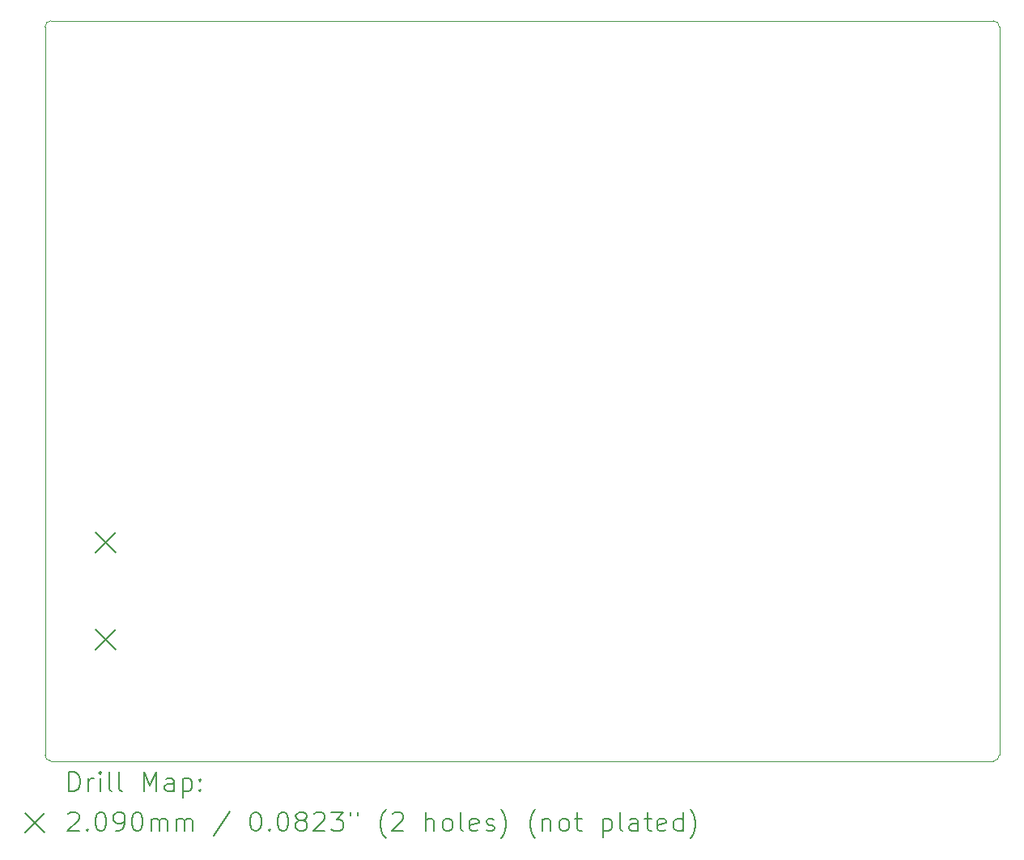
<source format=gbr>
%TF.GenerationSoftware,KiCad,Pcbnew,6.0.9-8da3e8f707~116~ubuntu20.04.1*%
%TF.CreationDate,2023-03-12T22:42:54+01:00*%
%TF.ProjectId,six_to_six,7369785f-746f-45f7-9369-782e6b696361,rev?*%
%TF.SameCoordinates,Original*%
%TF.FileFunction,Drillmap*%
%TF.FilePolarity,Positive*%
%FSLAX45Y45*%
G04 Gerber Fmt 4.5, Leading zero omitted, Abs format (unit mm)*
G04 Created by KiCad (PCBNEW 6.0.9-8da3e8f707~116~ubuntu20.04.1) date 2023-03-12 22:42:54*
%MOMM*%
%LPD*%
G01*
G04 APERTURE LIST*
%ADD10C,0.100000*%
%ADD11C,0.200000*%
%ADD12C,0.209000*%
G04 APERTURE END LIST*
D10*
X64325500Y-15938500D02*
G75*
G03*
X64262000Y-16002000I0J-63500D01*
G01*
X74180700Y-15938500D02*
X64325500Y-15938500D01*
X74180700Y-23685500D02*
X64325500Y-23685500D01*
X74180700Y-23685500D02*
G75*
G03*
X74244200Y-23622000I0J63500D01*
G01*
X64262000Y-23622000D02*
G75*
G03*
X64325500Y-23685500I63500J0D01*
G01*
X74244200Y-16002000D02*
G75*
G03*
X74180700Y-15938500I-63500J0D01*
G01*
X64262000Y-16002000D02*
X64262000Y-23622000D01*
X74244200Y-16002000D02*
X74244200Y-23622000D01*
D11*
D12*
X64792500Y-21295000D02*
X65001500Y-21504000D01*
X65001500Y-21295000D02*
X64792500Y-21504000D01*
X64792500Y-22311000D02*
X65001500Y-22520000D01*
X65001500Y-22311000D02*
X64792500Y-22520000D01*
D11*
X64514619Y-24000976D02*
X64514619Y-23800976D01*
X64562238Y-23800976D01*
X64590809Y-23810500D01*
X64609857Y-23829548D01*
X64619381Y-23848595D01*
X64628905Y-23886690D01*
X64628905Y-23915262D01*
X64619381Y-23953357D01*
X64609857Y-23972405D01*
X64590809Y-23991452D01*
X64562238Y-24000976D01*
X64514619Y-24000976D01*
X64714619Y-24000976D02*
X64714619Y-23867643D01*
X64714619Y-23905738D02*
X64724143Y-23886690D01*
X64733667Y-23877167D01*
X64752714Y-23867643D01*
X64771762Y-23867643D01*
X64838428Y-24000976D02*
X64838428Y-23867643D01*
X64838428Y-23800976D02*
X64828905Y-23810500D01*
X64838428Y-23820024D01*
X64847952Y-23810500D01*
X64838428Y-23800976D01*
X64838428Y-23820024D01*
X64962238Y-24000976D02*
X64943190Y-23991452D01*
X64933667Y-23972405D01*
X64933667Y-23800976D01*
X65067000Y-24000976D02*
X65047952Y-23991452D01*
X65038428Y-23972405D01*
X65038428Y-23800976D01*
X65295571Y-24000976D02*
X65295571Y-23800976D01*
X65362238Y-23943833D01*
X65428905Y-23800976D01*
X65428905Y-24000976D01*
X65609857Y-24000976D02*
X65609857Y-23896214D01*
X65600333Y-23877167D01*
X65581286Y-23867643D01*
X65543190Y-23867643D01*
X65524143Y-23877167D01*
X65609857Y-23991452D02*
X65590809Y-24000976D01*
X65543190Y-24000976D01*
X65524143Y-23991452D01*
X65514619Y-23972405D01*
X65514619Y-23953357D01*
X65524143Y-23934309D01*
X65543190Y-23924786D01*
X65590809Y-23924786D01*
X65609857Y-23915262D01*
X65705095Y-23867643D02*
X65705095Y-24067643D01*
X65705095Y-23877167D02*
X65724143Y-23867643D01*
X65762238Y-23867643D01*
X65781286Y-23877167D01*
X65790809Y-23886690D01*
X65800333Y-23905738D01*
X65800333Y-23962881D01*
X65790809Y-23981928D01*
X65781286Y-23991452D01*
X65762238Y-24000976D01*
X65724143Y-24000976D01*
X65705095Y-23991452D01*
X65886048Y-23981928D02*
X65895571Y-23991452D01*
X65886048Y-24000976D01*
X65876524Y-23991452D01*
X65886048Y-23981928D01*
X65886048Y-24000976D01*
X65886048Y-23877167D02*
X65895571Y-23886690D01*
X65886048Y-23896214D01*
X65876524Y-23886690D01*
X65886048Y-23877167D01*
X65886048Y-23896214D01*
X64057000Y-24230500D02*
X64257000Y-24430500D01*
X64257000Y-24230500D02*
X64057000Y-24430500D01*
X64505095Y-24240024D02*
X64514619Y-24230500D01*
X64533667Y-24220976D01*
X64581286Y-24220976D01*
X64600333Y-24230500D01*
X64609857Y-24240024D01*
X64619381Y-24259071D01*
X64619381Y-24278119D01*
X64609857Y-24306690D01*
X64495571Y-24420976D01*
X64619381Y-24420976D01*
X64705095Y-24401928D02*
X64714619Y-24411452D01*
X64705095Y-24420976D01*
X64695571Y-24411452D01*
X64705095Y-24401928D01*
X64705095Y-24420976D01*
X64838428Y-24220976D02*
X64857476Y-24220976D01*
X64876524Y-24230500D01*
X64886048Y-24240024D01*
X64895571Y-24259071D01*
X64905095Y-24297167D01*
X64905095Y-24344786D01*
X64895571Y-24382881D01*
X64886048Y-24401928D01*
X64876524Y-24411452D01*
X64857476Y-24420976D01*
X64838428Y-24420976D01*
X64819381Y-24411452D01*
X64809857Y-24401928D01*
X64800333Y-24382881D01*
X64790809Y-24344786D01*
X64790809Y-24297167D01*
X64800333Y-24259071D01*
X64809857Y-24240024D01*
X64819381Y-24230500D01*
X64838428Y-24220976D01*
X65000333Y-24420976D02*
X65038428Y-24420976D01*
X65057476Y-24411452D01*
X65067000Y-24401928D01*
X65086048Y-24373357D01*
X65095571Y-24335262D01*
X65095571Y-24259071D01*
X65086048Y-24240024D01*
X65076524Y-24230500D01*
X65057476Y-24220976D01*
X65019381Y-24220976D01*
X65000333Y-24230500D01*
X64990809Y-24240024D01*
X64981286Y-24259071D01*
X64981286Y-24306690D01*
X64990809Y-24325738D01*
X65000333Y-24335262D01*
X65019381Y-24344786D01*
X65057476Y-24344786D01*
X65076524Y-24335262D01*
X65086048Y-24325738D01*
X65095571Y-24306690D01*
X65219381Y-24220976D02*
X65238428Y-24220976D01*
X65257476Y-24230500D01*
X65267000Y-24240024D01*
X65276524Y-24259071D01*
X65286048Y-24297167D01*
X65286048Y-24344786D01*
X65276524Y-24382881D01*
X65267000Y-24401928D01*
X65257476Y-24411452D01*
X65238428Y-24420976D01*
X65219381Y-24420976D01*
X65200333Y-24411452D01*
X65190809Y-24401928D01*
X65181286Y-24382881D01*
X65171762Y-24344786D01*
X65171762Y-24297167D01*
X65181286Y-24259071D01*
X65190809Y-24240024D01*
X65200333Y-24230500D01*
X65219381Y-24220976D01*
X65371762Y-24420976D02*
X65371762Y-24287643D01*
X65371762Y-24306690D02*
X65381286Y-24297167D01*
X65400333Y-24287643D01*
X65428905Y-24287643D01*
X65447952Y-24297167D01*
X65457476Y-24316214D01*
X65457476Y-24420976D01*
X65457476Y-24316214D02*
X65467000Y-24297167D01*
X65486048Y-24287643D01*
X65514619Y-24287643D01*
X65533667Y-24297167D01*
X65543190Y-24316214D01*
X65543190Y-24420976D01*
X65638428Y-24420976D02*
X65638428Y-24287643D01*
X65638428Y-24306690D02*
X65647952Y-24297167D01*
X65667000Y-24287643D01*
X65695571Y-24287643D01*
X65714619Y-24297167D01*
X65724143Y-24316214D01*
X65724143Y-24420976D01*
X65724143Y-24316214D02*
X65733667Y-24297167D01*
X65752714Y-24287643D01*
X65781286Y-24287643D01*
X65800333Y-24297167D01*
X65809857Y-24316214D01*
X65809857Y-24420976D01*
X66200333Y-24211452D02*
X66028905Y-24468595D01*
X66457476Y-24220976D02*
X66476524Y-24220976D01*
X66495571Y-24230500D01*
X66505095Y-24240024D01*
X66514619Y-24259071D01*
X66524143Y-24297167D01*
X66524143Y-24344786D01*
X66514619Y-24382881D01*
X66505095Y-24401928D01*
X66495571Y-24411452D01*
X66476524Y-24420976D01*
X66457476Y-24420976D01*
X66438428Y-24411452D01*
X66428905Y-24401928D01*
X66419381Y-24382881D01*
X66409857Y-24344786D01*
X66409857Y-24297167D01*
X66419381Y-24259071D01*
X66428905Y-24240024D01*
X66438428Y-24230500D01*
X66457476Y-24220976D01*
X66609857Y-24401928D02*
X66619381Y-24411452D01*
X66609857Y-24420976D01*
X66600333Y-24411452D01*
X66609857Y-24401928D01*
X66609857Y-24420976D01*
X66743190Y-24220976D02*
X66762238Y-24220976D01*
X66781286Y-24230500D01*
X66790809Y-24240024D01*
X66800333Y-24259071D01*
X66809857Y-24297167D01*
X66809857Y-24344786D01*
X66800333Y-24382881D01*
X66790809Y-24401928D01*
X66781286Y-24411452D01*
X66762238Y-24420976D01*
X66743190Y-24420976D01*
X66724143Y-24411452D01*
X66714619Y-24401928D01*
X66705095Y-24382881D01*
X66695571Y-24344786D01*
X66695571Y-24297167D01*
X66705095Y-24259071D01*
X66714619Y-24240024D01*
X66724143Y-24230500D01*
X66743190Y-24220976D01*
X66924143Y-24306690D02*
X66905095Y-24297167D01*
X66895571Y-24287643D01*
X66886048Y-24268595D01*
X66886048Y-24259071D01*
X66895571Y-24240024D01*
X66905095Y-24230500D01*
X66924143Y-24220976D01*
X66962238Y-24220976D01*
X66981286Y-24230500D01*
X66990809Y-24240024D01*
X67000333Y-24259071D01*
X67000333Y-24268595D01*
X66990809Y-24287643D01*
X66981286Y-24297167D01*
X66962238Y-24306690D01*
X66924143Y-24306690D01*
X66905095Y-24316214D01*
X66895571Y-24325738D01*
X66886048Y-24344786D01*
X66886048Y-24382881D01*
X66895571Y-24401928D01*
X66905095Y-24411452D01*
X66924143Y-24420976D01*
X66962238Y-24420976D01*
X66981286Y-24411452D01*
X66990809Y-24401928D01*
X67000333Y-24382881D01*
X67000333Y-24344786D01*
X66990809Y-24325738D01*
X66981286Y-24316214D01*
X66962238Y-24306690D01*
X67076524Y-24240024D02*
X67086048Y-24230500D01*
X67105095Y-24220976D01*
X67152714Y-24220976D01*
X67171762Y-24230500D01*
X67181286Y-24240024D01*
X67190810Y-24259071D01*
X67190810Y-24278119D01*
X67181286Y-24306690D01*
X67067000Y-24420976D01*
X67190810Y-24420976D01*
X67257476Y-24220976D02*
X67381286Y-24220976D01*
X67314619Y-24297167D01*
X67343190Y-24297167D01*
X67362238Y-24306690D01*
X67371762Y-24316214D01*
X67381286Y-24335262D01*
X67381286Y-24382881D01*
X67371762Y-24401928D01*
X67362238Y-24411452D01*
X67343190Y-24420976D01*
X67286048Y-24420976D01*
X67267000Y-24411452D01*
X67257476Y-24401928D01*
X67457476Y-24220976D02*
X67457476Y-24259071D01*
X67533667Y-24220976D02*
X67533667Y-24259071D01*
X67828905Y-24497167D02*
X67819381Y-24487643D01*
X67800333Y-24459071D01*
X67790810Y-24440024D01*
X67781286Y-24411452D01*
X67771762Y-24363833D01*
X67771762Y-24325738D01*
X67781286Y-24278119D01*
X67790810Y-24249548D01*
X67800333Y-24230500D01*
X67819381Y-24201928D01*
X67828905Y-24192405D01*
X67895571Y-24240024D02*
X67905095Y-24230500D01*
X67924143Y-24220976D01*
X67971762Y-24220976D01*
X67990810Y-24230500D01*
X68000333Y-24240024D01*
X68009857Y-24259071D01*
X68009857Y-24278119D01*
X68000333Y-24306690D01*
X67886048Y-24420976D01*
X68009857Y-24420976D01*
X68247952Y-24420976D02*
X68247952Y-24220976D01*
X68333667Y-24420976D02*
X68333667Y-24316214D01*
X68324143Y-24297167D01*
X68305095Y-24287643D01*
X68276524Y-24287643D01*
X68257476Y-24297167D01*
X68247952Y-24306690D01*
X68457476Y-24420976D02*
X68438429Y-24411452D01*
X68428905Y-24401928D01*
X68419381Y-24382881D01*
X68419381Y-24325738D01*
X68428905Y-24306690D01*
X68438429Y-24297167D01*
X68457476Y-24287643D01*
X68486048Y-24287643D01*
X68505095Y-24297167D01*
X68514619Y-24306690D01*
X68524143Y-24325738D01*
X68524143Y-24382881D01*
X68514619Y-24401928D01*
X68505095Y-24411452D01*
X68486048Y-24420976D01*
X68457476Y-24420976D01*
X68638429Y-24420976D02*
X68619381Y-24411452D01*
X68609857Y-24392405D01*
X68609857Y-24220976D01*
X68790810Y-24411452D02*
X68771762Y-24420976D01*
X68733667Y-24420976D01*
X68714619Y-24411452D01*
X68705095Y-24392405D01*
X68705095Y-24316214D01*
X68714619Y-24297167D01*
X68733667Y-24287643D01*
X68771762Y-24287643D01*
X68790810Y-24297167D01*
X68800333Y-24316214D01*
X68800333Y-24335262D01*
X68705095Y-24354309D01*
X68876524Y-24411452D02*
X68895571Y-24420976D01*
X68933667Y-24420976D01*
X68952714Y-24411452D01*
X68962238Y-24392405D01*
X68962238Y-24382881D01*
X68952714Y-24363833D01*
X68933667Y-24354309D01*
X68905095Y-24354309D01*
X68886048Y-24344786D01*
X68876524Y-24325738D01*
X68876524Y-24316214D01*
X68886048Y-24297167D01*
X68905095Y-24287643D01*
X68933667Y-24287643D01*
X68952714Y-24297167D01*
X69028905Y-24497167D02*
X69038429Y-24487643D01*
X69057476Y-24459071D01*
X69067000Y-24440024D01*
X69076524Y-24411452D01*
X69086048Y-24363833D01*
X69086048Y-24325738D01*
X69076524Y-24278119D01*
X69067000Y-24249548D01*
X69057476Y-24230500D01*
X69038429Y-24201928D01*
X69028905Y-24192405D01*
X69390810Y-24497167D02*
X69381286Y-24487643D01*
X69362238Y-24459071D01*
X69352714Y-24440024D01*
X69343190Y-24411452D01*
X69333667Y-24363833D01*
X69333667Y-24325738D01*
X69343190Y-24278119D01*
X69352714Y-24249548D01*
X69362238Y-24230500D01*
X69381286Y-24201928D01*
X69390810Y-24192405D01*
X69467000Y-24287643D02*
X69467000Y-24420976D01*
X69467000Y-24306690D02*
X69476524Y-24297167D01*
X69495571Y-24287643D01*
X69524143Y-24287643D01*
X69543190Y-24297167D01*
X69552714Y-24316214D01*
X69552714Y-24420976D01*
X69676524Y-24420976D02*
X69657476Y-24411452D01*
X69647952Y-24401928D01*
X69638429Y-24382881D01*
X69638429Y-24325738D01*
X69647952Y-24306690D01*
X69657476Y-24297167D01*
X69676524Y-24287643D01*
X69705095Y-24287643D01*
X69724143Y-24297167D01*
X69733667Y-24306690D01*
X69743190Y-24325738D01*
X69743190Y-24382881D01*
X69733667Y-24401928D01*
X69724143Y-24411452D01*
X69705095Y-24420976D01*
X69676524Y-24420976D01*
X69800333Y-24287643D02*
X69876524Y-24287643D01*
X69828905Y-24220976D02*
X69828905Y-24392405D01*
X69838429Y-24411452D01*
X69857476Y-24420976D01*
X69876524Y-24420976D01*
X70095571Y-24287643D02*
X70095571Y-24487643D01*
X70095571Y-24297167D02*
X70114619Y-24287643D01*
X70152714Y-24287643D01*
X70171762Y-24297167D01*
X70181286Y-24306690D01*
X70190810Y-24325738D01*
X70190810Y-24382881D01*
X70181286Y-24401928D01*
X70171762Y-24411452D01*
X70152714Y-24420976D01*
X70114619Y-24420976D01*
X70095571Y-24411452D01*
X70305095Y-24420976D02*
X70286048Y-24411452D01*
X70276524Y-24392405D01*
X70276524Y-24220976D01*
X70467000Y-24420976D02*
X70467000Y-24316214D01*
X70457476Y-24297167D01*
X70438429Y-24287643D01*
X70400333Y-24287643D01*
X70381286Y-24297167D01*
X70467000Y-24411452D02*
X70447952Y-24420976D01*
X70400333Y-24420976D01*
X70381286Y-24411452D01*
X70371762Y-24392405D01*
X70371762Y-24373357D01*
X70381286Y-24354309D01*
X70400333Y-24344786D01*
X70447952Y-24344786D01*
X70467000Y-24335262D01*
X70533667Y-24287643D02*
X70609857Y-24287643D01*
X70562238Y-24220976D02*
X70562238Y-24392405D01*
X70571762Y-24411452D01*
X70590810Y-24420976D01*
X70609857Y-24420976D01*
X70752714Y-24411452D02*
X70733667Y-24420976D01*
X70695571Y-24420976D01*
X70676524Y-24411452D01*
X70667000Y-24392405D01*
X70667000Y-24316214D01*
X70676524Y-24297167D01*
X70695571Y-24287643D01*
X70733667Y-24287643D01*
X70752714Y-24297167D01*
X70762238Y-24316214D01*
X70762238Y-24335262D01*
X70667000Y-24354309D01*
X70933667Y-24420976D02*
X70933667Y-24220976D01*
X70933667Y-24411452D02*
X70914619Y-24420976D01*
X70876524Y-24420976D01*
X70857476Y-24411452D01*
X70847952Y-24401928D01*
X70838429Y-24382881D01*
X70838429Y-24325738D01*
X70847952Y-24306690D01*
X70857476Y-24297167D01*
X70876524Y-24287643D01*
X70914619Y-24287643D01*
X70933667Y-24297167D01*
X71009857Y-24497167D02*
X71019381Y-24487643D01*
X71038429Y-24459071D01*
X71047952Y-24440024D01*
X71057476Y-24411452D01*
X71067000Y-24363833D01*
X71067000Y-24325738D01*
X71057476Y-24278119D01*
X71047952Y-24249548D01*
X71038429Y-24230500D01*
X71019381Y-24201928D01*
X71009857Y-24192405D01*
M02*

</source>
